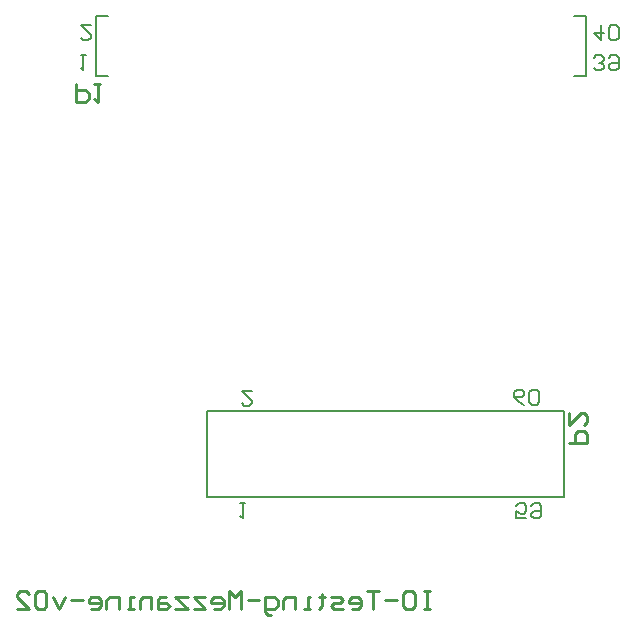
<source format=gbo>
%FSTAX24Y24*%
%MOMM*%
%SFA1B1*%

%IPPOS*%
%ADD20C,0.250000*%
%ADD38C,0.200000*%
%ADD41C,0.200000*%
%LNio-testing-mezzanine-1*%
%LPD*%
G54D20*
X465499Y138199D02*
X460399D01*
X462899*
Y122899*
X465499*
X460399*
X445099Y138199D02*
X450199D01*
X452799Y135599*
Y125499*
X450199Y122899*
X445099*
X442599Y125499*
Y135599*
X445099Y138199*
X437499Y130499D02*
X427399D01*
X422299Y138199D02*
X412099D01*
X417199*
Y122899*
X399399D02*
X404499D01*
X407099Y125499*
Y130499*
X404499Y133099*
X399399*
X396899Y130499*
Y127999*
X407099*
X391799Y122899D02*
X384199D01*
X381699Y125499*
X384199Y127999*
X389299*
X391799Y130499*
X389299Y133099*
X381699*
X373999Y135599D02*
Y133099D01*
X376599*
X371499*
X373999*
Y125499*
X371499Y122899*
X363899D02*
X358799D01*
X361399*
Y133099*
X363899*
X351199Y122899D02*
Y133099D01*
X343599*
X340999Y130499*
Y122899*
X330899Y117799D02*
X328299D01*
X325799Y120399*
Y133099*
X333399*
X335999Y130499*
Y125499*
X333399Y122899*
X325799*
X320699Y130499D02*
X310599D01*
X305499Y122899D02*
Y138199D01*
X300399Y133099*
X295299Y138199*
Y122899*
X282599D02*
X287699D01*
X290299Y125499*
Y130499*
X287699Y133099*
X282599*
X280099Y130499*
Y127999*
X290299*
X274999Y133099D02*
X264899D01*
X274999Y122899*
X264899*
X259799Y133099D02*
X249599D01*
X259799Y122899*
X249599*
X241999Y133099D02*
X236899D01*
X234399Y130499*
Y122899*
X241999*
X244599Y125499*
X241999Y127999*
X234399*
X229299Y122899D02*
Y133099D01*
X221699*
X219199Y130499*
Y122899*
X214099D02*
X208999D01*
X211499*
Y133099*
X214099*
X201399Y122899D02*
Y133099D01*
X193799*
X191199Y130499*
Y122899*
X178499D02*
X183599D01*
X186199Y125499*
Y130499*
X183599Y133099*
X178499*
X175999Y130499*
Y127999*
X186199*
X170899Y130499D02*
X160799D01*
X155699Y133099D02*
X150599Y122899D01*
X145499Y133099*
X140399Y135599D02*
X137899Y138199D01*
X132799*
X130299Y135599*
Y125499*
X132799Y122899*
X137899*
X140399Y125499*
Y135599*
X115099Y122899D02*
X125199D01*
X115099Y133099*
Y135599*
X117599Y138199*
X122699*
X125199Y135599*
X165799Y567699D02*
Y552499D01*
X173399*
X175999Y554999*
Y560099*
X173399Y562599*
X165799*
X180999Y567699D02*
X186099D01*
X183599*
Y552499*
X180999Y554999*
X582999Y263999D02*
X598199D01*
Y271599*
X595699Y274199*
X590599*
X588099Y271599*
Y263999*
X582999Y289399D02*
Y279199D01*
X593199Y289399*
X595699*
X598199Y286899*
Y281799*
X595699Y279199*
G54D38*
X587399Y574399D02*
X597499D01*
X587399Y625199D02*
X597499D01*
X182199D02*
X192399D01*
X182199Y574399D02*
X192399D01*
X597499D02*
Y625199D01*
X182199Y574399D02*
Y625199D01*
X276399Y217699D02*
X578599D01*
Y291299*
X276399D02*
X578599D01*
X276399Y217699D02*
Y291299D01*
G54D41*
X169499Y592199D02*
X173799D01*
X171599*
Y579499*
X169499Y581599*
X603899D02*
X605999Y579499D01*
X610199*
X612299Y581599*
Y583799*
X610199Y585899*
X608099*
X610199*
X612299Y587999*
Y590099*
X610199Y592199*
X605999*
X603899Y590099*
X616599D02*
X618699Y592199D01*
X622899*
X624999Y590099*
Y581599*
X622899Y579499*
X618699*
X616599Y581599*
Y583799*
X618699Y585899*
X624999*
X610199Y617599D02*
Y604899D01*
X603899Y611299*
X612299*
X616599Y606999D02*
X618699Y604899D01*
X622899*
X624999Y606999*
Y615499*
X622899Y617599*
X618699*
X616599Y615499*
Y606999*
X177999Y617599D02*
X169499D01*
X177999Y609199*
Y606999*
X175899Y604899*
X171599*
X169499Y606999*
X313999Y307799D02*
X305599D01*
X313999Y299399*
Y297299*
X311899Y295099*
X307699*
X305599Y297299*
X545099Y296299D02*
X540799Y298399D01*
X536599Y302699*
Y306899*
X538699Y308999*
X542999*
X545099Y306899*
Y3048*
X542999Y302699*
X536599*
X549299Y298399D02*
X551399Y296299D01*
X555699*
X557799Y298399*
Y306899*
X555699Y308999*
X551399*
X549299Y306899*
Y298399*
X546499Y199899D02*
X537999D01*
Y206199*
X542199Y204099*
X544299*
X546499Y206199*
Y210499*
X544299Y212599*
X540099*
X537999Y210499*
X550699D02*
X552799Y212599D01*
X556999*
X559099Y210499*
Y201999*
X556999Y199899*
X552799*
X550699Y201999*
Y204099*
X552799Y206199*
X559099*
X304299Y212599D02*
X308499D01*
X306399*
Y199899*
X304299Y201999*
M02*
</source>
